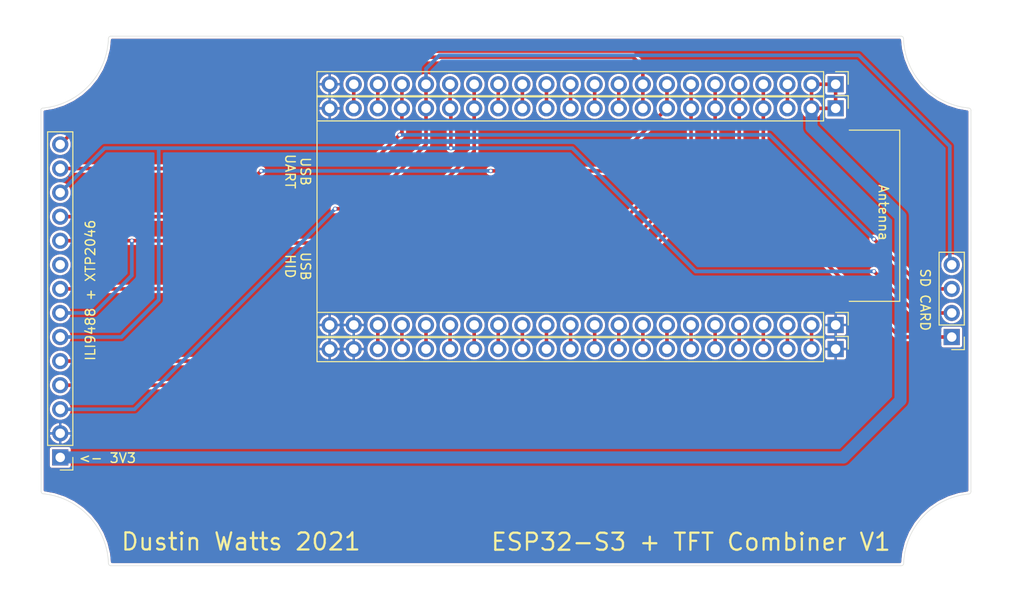
<source format=kicad_pcb>
(kicad_pcb (version 20171130) (host pcbnew "(5.1.6-0)")
  (layers (0 F.Cu signal) (31 B.Cu signal) (34 B.Paste user) (35 F.Paste user) (36 B.SilkS user) (37 F.SilkS user) (38 B.Mask user) (39 F.Mask user) (44 Edge.Cuts user))
  (net 0 "")
  (net 1 GND)
  (net 2 GPIO20)
  (net 3 GPIO21)
  (net 4 GPIO3)
  (net 5 GPIO2)
  (net 6 "Net-(J2-Pad9)")
  (net 7 GPIO14)
  (net 8 GPIO0)
  (net 9 GPIO17)
  (net 10 SCK)
  (net 11 MISO)
  (net 12 MOSI)
  (net 13 SD_SELECT)
  (net 14 TOUCH_IRQ)
  (net 15 TOUCH_SELECT)
  (net 16 TFT_BACKLIGHT)
  (net 17 TFT_DC_RS)
  (net 18 TFT_RESET)
  (net 19 TFT_SELECT)
  (net 20 +3V3)
  (net 21 +5V)
  (net 22 GPIO9)
  (net 23 GPIO46)
  (net 24 GPIO8)
  (net 25 GPIO18)
  (net 26 RST)
  (net 27 GPIO19)
  (net 28 GPIO47)
  (net 29 GPIO43)
  (net 30 GPIO45)
  (net 31 GPIO35)
  (net 32 GPIO36)
  (net 33 GPIO37)
  (net 34 GPIO38)
  (net 35 GPIO39)
  (net 36 GPIO40)
  (net 37 GPIO41)
  (net 38 GPIO42)
  (net 39 GPIO1)
  (net 40 GPIO44)
  (net 41 GPIO48)
  (module Connector_PinHeader_2.54mm:PinHeader_1x04_P2.54mm_Vertical (layer F.Cu) (at 177.8 74.93 180)
    (fp_text reference J1 hide)
    (fp_text value Conn_01x04)
    (fp_line (start -1.33 8.95) (end 1.33 8.95) (layer F.SilkS) (width 0.12))
    (fp_line (start -1.33 1.27) (end -1.33 8.95) (layer F.SilkS) (width 0.12))
    (fp_line (start 1.33 1.27) (end 1.33 8.95) (layer F.SilkS) (width 0.12))
    (fp_line (start -1.33 1.27) (end 1.33 1.27) (layer F.SilkS) (width 0.12))
    (fp_line (start -1.33 0) (end -1.33 -1.33) (layer F.SilkS) (width 0.12))
    (fp_line (start -1.33 -1.33) (end 0 -1.33) (layer F.SilkS) (width 0.12))
    (pad 4 thru_hole oval (at 0 7.62 180) (size 1.7 1.7) (drill 1) (layers *.Cu *.Mask) (net 10 SCK))
    (pad 3 thru_hole oval (at 0 5.08 180) (size 1.7 1.7) (drill 1) (layers *.Cu *.Mask) (net 11 MISO))
    (pad 2 thru_hole oval (at 0 2.54 180) (size 1.7 1.7) (drill 1) (layers *.Cu *.Mask) (net 12 MOSI))
    (pad 1 thru_hole rect (at 0 0 180) (size 1.7 1.7) (drill 1) (layers *.Cu *.Mask) (net 13 SD_SELECT))
  )
  (module Connector_PinHeader_2.54mm:PinHeader_1x22_P2.54mm_Vertical (layer F.Cu) (at 165.56 73.66 270)
    (fp_text reference J6 hide)
    (fp_text value Conn_01x22)
    (fp_line (start -1.33 54.67) (end 1.33 54.67) (layer F.SilkS) (width 0.12))
    (fp_line (start -1.33 1.27) (end -1.33 54.67) (layer F.SilkS) (width 0.12))
    (fp_line (start 1.33 1.27) (end 1.33 54.67) (layer F.SilkS) (width 0.12))
    (fp_line (start -1.33 1.27) (end 1.33 1.27) (layer F.SilkS) (width 0.12))
    (fp_line (start -1.33 0) (end -1.33 -1.33) (layer F.SilkS) (width 0.12))
    (fp_line (start -1.33 -1.33) (end 0 -1.33) (layer F.SilkS) (width 0.12))
    (pad 22 thru_hole oval (at 0 53.34 270) (size 1.7 1.7) (drill 1) (layers *.Cu *.Mask) (net 1 GND))
    (pad 21 thru_hole oval (at 0 50.8 270) (size 1.7 1.7) (drill 1) (layers *.Cu *.Mask) (net 1 GND))
    (pad 20 thru_hole oval (at 0 48.26 270) (size 1.7 1.7) (drill 1) (layers *.Cu *.Mask) (net 27 GPIO19))
    (pad 19 thru_hole oval (at 0 45.72 270) (size 1.7 1.7) (drill 1) (layers *.Cu *.Mask) (net 2 GPIO20))
    (pad 18 thru_hole oval (at 0 43.18 270) (size 1.7 1.7) (drill 1) (layers *.Cu *.Mask) (net 3 GPIO21))
    (pad 17 thru_hole oval (at 0 40.64 270) (size 1.7 1.7) (drill 1) (layers *.Cu *.Mask) (net 28 GPIO47))
    (pad 16 thru_hole oval (at 0 38.1 270) (size 1.7 1.7) (drill 1) (layers *.Cu *.Mask) (net 41 GPIO48))
    (pad 15 thru_hole oval (at 0 35.56 270) (size 1.7 1.7) (drill 1) (layers *.Cu *.Mask) (net 30 GPIO45))
    (pad 14 thru_hole oval (at 0 33.02 270) (size 1.7 1.7) (drill 1) (layers *.Cu *.Mask) (net 8 GPIO0))
    (pad 13 thru_hole oval (at 0 30.48 270) (size 1.7 1.7) (drill 1) (layers *.Cu *.Mask) (net 31 GPIO35))
    (pad 12 thru_hole oval (at 0 27.94 270) (size 1.7 1.7) (drill 1) (layers *.Cu *.Mask) (net 32 GPIO36))
    (pad 11 thru_hole oval (at 0 25.4 270) (size 1.7 1.7) (drill 1) (layers *.Cu *.Mask) (net 33 GPIO37))
    (pad 10 thru_hole oval (at 0 22.86 270) (size 1.7 1.7) (drill 1) (layers *.Cu *.Mask) (net 34 GPIO38))
    (pad 9 thru_hole oval (at 0 20.32 270) (size 1.7 1.7) (drill 1) (layers *.Cu *.Mask) (net 35 GPIO39))
    (pad 8 thru_hole oval (at 0 17.78 270) (size 1.7 1.7) (drill 1) (layers *.Cu *.Mask) (net 36 GPIO40))
    (pad 7 thru_hole oval (at 0 15.24 270) (size 1.7 1.7) (drill 1) (layers *.Cu *.Mask) (net 37 GPIO41))
    (pad 6 thru_hole oval (at 0 12.7 270) (size 1.7 1.7) (drill 1) (layers *.Cu *.Mask) (net 38 GPIO42))
    (pad 5 thru_hole oval (at 0 10.16 270) (size 1.7 1.7) (drill 1) (layers *.Cu *.Mask) (net 5 GPIO2))
    (pad 4 thru_hole oval (at 0 7.62 270) (size 1.7 1.7) (drill 1) (layers *.Cu *.Mask) (net 39 GPIO1))
    (pad 3 thru_hole oval (at 0 5.08 270) (size 1.7 1.7) (drill 1) (layers *.Cu *.Mask) (net 40 GPIO44))
    (pad 2 thru_hole oval (at 0 2.54 270) (size 1.7 1.7) (drill 1) (layers *.Cu *.Mask) (net 29 GPIO43))
    (pad 1 thru_hole rect (at 0 0 270) (size 1.7 1.7) (drill 1) (layers *.Cu *.Mask) (net 1 GND))
  )
  (module Connector_PinHeader_2.54mm:PinHeader_1x22_P2.54mm_Vertical (layer F.Cu) (at 165.56 48.26 270)
    (fp_text reference J5 hide)
    (fp_text value Conn_01x22)
    (fp_line (start -1.33 54.67) (end 1.33 54.67) (layer F.SilkS) (width 0.12))
    (fp_line (start -1.33 1.27) (end -1.33 54.67) (layer F.SilkS) (width 0.12))
    (fp_line (start 1.33 1.27) (end 1.33 54.67) (layer F.SilkS) (width 0.12))
    (fp_line (start -1.33 1.27) (end 1.33 1.27) (layer F.SilkS) (width 0.12))
    (fp_line (start -1.33 0) (end -1.33 -1.33) (layer F.SilkS) (width 0.12))
    (fp_line (start -1.33 -1.33) (end 0 -1.33) (layer F.SilkS) (width 0.12))
    (pad 22 thru_hole oval (at 0 53.34 270) (size 1.7 1.7) (drill 1) (layers *.Cu *.Mask) (net 1 GND))
    (pad 21 thru_hole oval (at 0 50.8 270) (size 1.7 1.7) (drill 1) (layers *.Cu *.Mask) (net 21 +5V))
    (pad 20 thru_hole oval (at 0 48.26 270) (size 1.7 1.7) (drill 1) (layers *.Cu *.Mask) (net 7 GPIO14))
    (pad 19 thru_hole oval (at 0 45.72 270) (size 1.7 1.7) (drill 1) (layers *.Cu *.Mask) (net 11 MISO))
    (pad 18 thru_hole oval (at 0 43.18 270) (size 1.7 1.7) (drill 1) (layers *.Cu *.Mask) (net 10 SCK))
    (pad 17 thru_hole oval (at 0 40.64 270) (size 1.7 1.7) (drill 1) (layers *.Cu *.Mask) (net 12 MOSI))
    (pad 16 thru_hole oval (at 0 38.1 270) (size 1.7 1.7) (drill 1) (layers *.Cu *.Mask) (net 19 TFT_SELECT))
    (pad 15 thru_hole oval (at 0 35.56 270) (size 1.7 1.7) (drill 1) (layers *.Cu *.Mask) (net 22 GPIO9))
    (pad 14 thru_hole oval (at 0 33.02 270) (size 1.7 1.7) (drill 1) (layers *.Cu *.Mask) (net 23 GPIO46))
    (pad 13 thru_hole oval (at 0 30.48 270) (size 1.7 1.7) (drill 1) (layers *.Cu *.Mask) (net 4 GPIO3))
    (pad 12 thru_hole oval (at 0 27.94 270) (size 1.7 1.7) (drill 1) (layers *.Cu *.Mask) (net 24 GPIO8))
    (pad 11 thru_hole oval (at 0 25.4 270) (size 1.7 1.7) (drill 1) (layers *.Cu *.Mask) (net 25 GPIO18))
    (pad 10 thru_hole oval (at 0 22.86 270) (size 1.7 1.7) (drill 1) (layers *.Cu *.Mask) (net 9 GPIO17))
    (pad 9 thru_hole oval (at 0 20.32 270) (size 1.7 1.7) (drill 1) (layers *.Cu *.Mask) (net 14 TOUCH_IRQ))
    (pad 8 thru_hole oval (at 0 17.78 270) (size 1.7 1.7) (drill 1) (layers *.Cu *.Mask) (net 15 TOUCH_SELECT))
    (pad 7 thru_hole oval (at 0 15.24 270) (size 1.7 1.7) (drill 1) (layers *.Cu *.Mask) (net 16 TFT_BACKLIGHT))
    (pad 6 thru_hole oval (at 0 12.7 270) (size 1.7 1.7) (drill 1) (layers *.Cu *.Mask) (net 17 TFT_DC_RS))
    (pad 5 thru_hole oval (at 0 10.16 270) (size 1.7 1.7) (drill 1) (layers *.Cu *.Mask) (net 18 TFT_RESET))
    (pad 4 thru_hole oval (at 0 7.62 270) (size 1.7 1.7) (drill 1) (layers *.Cu *.Mask) (net 13 SD_SELECT))
    (pad 3 thru_hole oval (at 0 5.08 270) (size 1.7 1.7) (drill 1) (layers *.Cu *.Mask) (net 26 RST))
    (pad 2 thru_hole oval (at 0 2.54 270) (size 1.7 1.7) (drill 1) (layers *.Cu *.Mask) (net 20 +3V3))
    (pad 1 thru_hole rect (at 0 0 270) (size 1.7 1.7) (drill 1) (layers *.Cu *.Mask) (net 20 +3V3))
  )
  (module Connector_PinHeader_2.54mm:PinHeader_1x22_P2.54mm_Vertical (layer F.Cu) (at 165.56 76.2 270)
    (fp_text reference J4 hide)
    (fp_text value Conn_01x22)
    (fp_line (start -1.33 54.67) (end 1.33 54.67) (layer F.SilkS) (width 0.12))
    (fp_line (start -1.33 1.27) (end -1.33 54.67) (layer F.SilkS) (width 0.12))
    (fp_line (start 1.33 1.27) (end 1.33 54.67) (layer F.SilkS) (width 0.12))
    (fp_line (start -1.33 1.27) (end 1.33 1.27) (layer F.SilkS) (width 0.12))
    (fp_line (start -1.33 0) (end -1.33 -1.33) (layer F.SilkS) (width 0.12))
    (fp_line (start -1.33 -1.33) (end 0 -1.33) (layer F.SilkS) (width 0.12))
    (pad 22 thru_hole oval (at 0 53.34 270) (size 1.7 1.7) (drill 1) (layers *.Cu *.Mask) (net 1 GND))
    (pad 21 thru_hole oval (at 0 50.8 270) (size 1.7 1.7) (drill 1) (layers *.Cu *.Mask) (net 1 GND))
    (pad 20 thru_hole oval (at 0 48.26 270) (size 1.7 1.7) (drill 1) (layers *.Cu *.Mask) (net 27 GPIO19))
    (pad 19 thru_hole oval (at 0 45.72 270) (size 1.7 1.7) (drill 1) (layers *.Cu *.Mask) (net 2 GPIO20))
    (pad 18 thru_hole oval (at 0 43.18 270) (size 1.7 1.7) (drill 1) (layers *.Cu *.Mask) (net 3 GPIO21))
    (pad 17 thru_hole oval (at 0 40.64 270) (size 1.7 1.7) (drill 1) (layers *.Cu *.Mask) (net 28 GPIO47))
    (pad 16 thru_hole oval (at 0 38.1 270) (size 1.7 1.7) (drill 1) (layers *.Cu *.Mask) (net 41 GPIO48))
    (pad 15 thru_hole oval (at 0 35.56 270) (size 1.7 1.7) (drill 1) (layers *.Cu *.Mask) (net 30 GPIO45))
    (pad 14 thru_hole oval (at 0 33.02 270) (size 1.7 1.7) (drill 1) (layers *.Cu *.Mask) (net 8 GPIO0))
    (pad 13 thru_hole oval (at 0 30.48 270) (size 1.7 1.7) (drill 1) (layers *.Cu *.Mask) (net 31 GPIO35))
    (pad 12 thru_hole oval (at 0 27.94 270) (size 1.7 1.7) (drill 1) (layers *.Cu *.Mask) (net 32 GPIO36))
    (pad 11 thru_hole oval (at 0 25.4 270) (size 1.7 1.7) (drill 1) (layers *.Cu *.Mask) (net 33 GPIO37))
    (pad 10 thru_hole oval (at 0 22.86 270) (size 1.7 1.7) (drill 1) (layers *.Cu *.Mask) (net 34 GPIO38))
    (pad 9 thru_hole oval (at 0 20.32 270) (size 1.7 1.7) (drill 1) (layers *.Cu *.Mask) (net 35 GPIO39))
    (pad 8 thru_hole oval (at 0 17.78 270) (size 1.7 1.7) (drill 1) (layers *.Cu *.Mask) (net 36 GPIO40))
    (pad 7 thru_hole oval (at 0 15.24 270) (size 1.7 1.7) (drill 1) (layers *.Cu *.Mask) (net 37 GPIO41))
    (pad 6 thru_hole oval (at 0 12.7 270) (size 1.7 1.7) (drill 1) (layers *.Cu *.Mask) (net 38 GPIO42))
    (pad 5 thru_hole oval (at 0 10.16 270) (size 1.7 1.7) (drill 1) (layers *.Cu *.Mask) (net 5 GPIO2))
    (pad 4 thru_hole oval (at 0 7.62 270) (size 1.7 1.7) (drill 1) (layers *.Cu *.Mask) (net 39 GPIO1))
    (pad 3 thru_hole oval (at 0 5.08 270) (size 1.7 1.7) (drill 1) (layers *.Cu *.Mask) (net 40 GPIO44))
    (pad 2 thru_hole oval (at 0 2.54 270) (size 1.7 1.7) (drill 1) (layers *.Cu *.Mask) (net 29 GPIO43))
    (pad 1 thru_hole rect (at 0 0 270) (size 1.7 1.7) (drill 1) (layers *.Cu *.Mask) (net 1 GND))
  )
  (module Connector_PinHeader_2.54mm:PinHeader_1x22_P2.54mm_Vertical (layer F.Cu) (at 165.56 50.8 270)
    (fp_text reference J3 hide)
    (fp_text value Conn_01x22)
    (fp_line (start -1.33 54.67) (end 1.33 54.67) (layer F.SilkS) (width 0.12))
    (fp_line (start -1.33 1.27) (end -1.33 54.67) (layer F.SilkS) (width 0.12))
    (fp_line (start 1.33 1.27) (end 1.33 54.67) (layer F.SilkS) (width 0.12))
    (fp_line (start -1.33 1.27) (end 1.33 1.27) (layer F.SilkS) (width 0.12))
    (fp_line (start -1.33 0) (end -1.33 -1.33) (layer F.SilkS) (width 0.12))
    (fp_line (start -1.33 -1.33) (end 0 -1.33) (layer F.SilkS) (width 0.12))
    (pad 22 thru_hole oval (at 0 53.34 270) (size 1.7 1.7) (drill 1) (layers *.Cu *.Mask) (net 1 GND))
    (pad 21 thru_hole oval (at 0 50.8 270) (size 1.7 1.7) (drill 1) (layers *.Cu *.Mask) (net 21 +5V))
    (pad 20 thru_hole oval (at 0 48.26 270) (size 1.7 1.7) (drill 1) (layers *.Cu *.Mask) (net 7 GPIO14))
    (pad 19 thru_hole oval (at 0 45.72 270) (size 1.7 1.7) (drill 1) (layers *.Cu *.Mask) (net 11 MISO))
    (pad 18 thru_hole oval (at 0 43.18 270) (size 1.7 1.7) (drill 1) (layers *.Cu *.Mask) (net 10 SCK))
    (pad 17 thru_hole oval (at 0 40.64 270) (size 1.7 1.7) (drill 1) (layers *.Cu *.Mask) (net 12 MOSI))
    (pad 16 thru_hole oval (at 0 38.1 270) (size 1.7 1.7) (drill 1) (layers *.Cu *.Mask) (net 19 TFT_SELECT))
    (pad 15 thru_hole oval (at 0 35.56 270) (size 1.7 1.7) (drill 1) (layers *.Cu *.Mask) (net 22 GPIO9))
    (pad 14 thru_hole oval (at 0 33.02 270) (size 1.7 1.7) (drill 1) (layers *.Cu *.Mask) (net 23 GPIO46))
    (pad 13 thru_hole oval (at 0 30.48 270) (size 1.7 1.7) (drill 1) (layers *.Cu *.Mask) (net 4 GPIO3))
    (pad 12 thru_hole oval (at 0 27.94 270) (size 1.7 1.7) (drill 1) (layers *.Cu *.Mask) (net 24 GPIO8))
    (pad 11 thru_hole oval (at 0 25.4 270) (size 1.7 1.7) (drill 1) (layers *.Cu *.Mask) (net 25 GPIO18))
    (pad 10 thru_hole oval (at 0 22.86 270) (size 1.7 1.7) (drill 1) (layers *.Cu *.Mask) (net 9 GPIO17))
    (pad 9 thru_hole oval (at 0 20.32 270) (size 1.7 1.7) (drill 1) (layers *.Cu *.Mask) (net 14 TOUCH_IRQ))
    (pad 8 thru_hole oval (at 0 17.78 270) (size 1.7 1.7) (drill 1) (layers *.Cu *.Mask) (net 15 TOUCH_SELECT))
    (pad 7 thru_hole oval (at 0 15.24 270) (size 1.7 1.7) (drill 1) (layers *.Cu *.Mask) (net 16 TFT_BACKLIGHT))
    (pad 6 thru_hole oval (at 0 12.7 270) (size 1.7 1.7) (drill 1) (layers *.Cu *.Mask) (net 17 TFT_DC_RS))
    (pad 5 thru_hole oval (at 0 10.16 270) (size 1.7 1.7) (drill 1) (layers *.Cu *.Mask) (net 18 TFT_RESET))
    (pad 4 thru_hole oval (at 0 7.62 270) (size 1.7 1.7) (drill 1) (layers *.Cu *.Mask) (net 13 SD_SELECT))
    (pad 3 thru_hole oval (at 0 5.08 270) (size 1.7 1.7) (drill 1) (layers *.Cu *.Mask) (net 26 RST))
    (pad 2 thru_hole oval (at 0 2.54 270) (size 1.7 1.7) (drill 1) (layers *.Cu *.Mask) (net 20 +3V3))
    (pad 1 thru_hole rect (at 0 0 270) (size 1.7 1.7) (drill 1) (layers *.Cu *.Mask) (net 20 +3V3))
  )
  (module Connector_PinHeader_2.54mm:PinHeader_1x14_P2.54mm_Vertical (layer F.Cu) (at 83.82 87.63 180)
    (fp_text reference J2 hide)
    (fp_text value Conn_01x14)
    (fp_line (start -1.33 34.35) (end 1.33 34.35) (layer F.SilkS) (width 0.12))
    (fp_line (start -1.33 1.27) (end -1.33 34.35) (layer F.SilkS) (width 0.12))
    (fp_line (start 1.33 1.27) (end 1.33 34.35) (layer F.SilkS) (width 0.12))
    (fp_line (start -1.33 1.27) (end 1.33 1.27) (layer F.SilkS) (width 0.12))
    (fp_line (start -1.33 0) (end -1.33 -1.33) (layer F.SilkS) (width 0.12))
    (fp_line (start -1.33 -1.33) (end 0 -1.33) (layer F.SilkS) (width 0.12))
    (pad 14 thru_hole oval (at 0 33.02 180) (size 1.7 1.7) (drill 1) (layers *.Cu *.Mask) (net 14 TOUCH_IRQ))
    (pad 13 thru_hole oval (at 0 30.48 180) (size 1.7 1.7) (drill 1) (layers *.Cu *.Mask) (net 11 MISO))
    (pad 12 thru_hole oval (at 0 27.94 180) (size 1.7 1.7) (drill 1) (layers *.Cu *.Mask) (net 12 MOSI))
    (pad 11 thru_hole oval (at 0 25.4 180) (size 1.7 1.7) (drill 1) (layers *.Cu *.Mask) (net 15 TOUCH_SELECT))
    (pad 10 thru_hole oval (at 0 22.86 180) (size 1.7 1.7) (drill 1) (layers *.Cu *.Mask) (net 10 SCK))
    (pad 9 thru_hole oval (at 0 20.32 180) (size 1.7 1.7) (drill 1) (layers *.Cu *.Mask) (net 6 "Net-(J2-Pad9)"))
    (pad 8 thru_hole oval (at 0 17.78 180) (size 1.7 1.7) (drill 1) (layers *.Cu *.Mask) (net 16 TFT_BACKLIGHT))
    (pad 7 thru_hole oval (at 0 15.24 180) (size 1.7 1.7) (drill 1) (layers *.Cu *.Mask) (net 10 SCK))
    (pad 6 thru_hole oval (at 0 12.7 180) (size 1.7 1.7) (drill 1) (layers *.Cu *.Mask) (net 12 MOSI))
    (pad 5 thru_hole oval (at 0 10.16 180) (size 1.7 1.7) (drill 1) (layers *.Cu *.Mask) (net 17 TFT_DC_RS))
    (pad 4 thru_hole oval (at 0 7.62 180) (size 1.7 1.7) (drill 1) (layers *.Cu *.Mask) (net 18 TFT_RESET))
    (pad 3 thru_hole oval (at 0 5.08 180) (size 1.7 1.7) (drill 1) (layers *.Cu *.Mask) (net 19 TFT_SELECT))
    (pad 2 thru_hole oval (at 0 2.54 180) (size 1.7 1.7) (drill 1) (layers *.Cu *.Mask) (net 1 GND))
    (pad 1 thru_hole rect (at 0 0 180) (size 1.7 1.7) (drill 1) (layers *.Cu *.Mask) (net 20 +3V3))
  )
  (gr_text Antenna (at 170.6 61.8 270) (layer F.SilkS) (effects (font (size 1 1))))
  (gr_line (start 172.3 53.1) (end 167 53.1) (layer F.SilkS) (width 0.12))
  (gr_line (start 172.32 71.16) (end 172.32 53.1) (layer F.SilkS) (width 0.12))
  (gr_line (start 167 71.16) (end 172.32 71.16) (layer F.SilkS) (width 0.12))
  (gr_line (start 110.89 72.33) (end 110.89 52.13) (layer F.SilkS) (width 0.12))
  (gr_text "ILI9488 + XTP2046" (at 87 70 90) (layer F.SilkS) (effects (font (size 1 1))))
  (gr_text "SD CARD" (at 175 71 270) (layer F.SilkS) (effects (font (size 1 1))))
  (gr_text "USB\nUART" (at 108.86 57.46 270) (layer F.SilkS) (effects (font (size 1 1))))
  (gr_text "USB\nHID" (at 108.86 67.46 270) (layer F.SilkS) (effects (font (size 1 1))))
  (gr_text "<- 3V3" (at 88.8 87.7) (layer F.SilkS) (effects (font (size 1 1))))
  (gr_arc (start 81.9658 50.9524) (end 81.940401 50.774601) (angle -81.86989765) (layer Edge.Cuts) (width 0.05))
  (gr_line (start 81.800733 91.221232) (end 81.786196 50.952399) (layer Edge.Cuts) (width 0.05))
  (gr_arc (start 82.054733 91.221232) (end 81.800733 91.221232) (angle -90) (layer Edge.Cuts) (width 0.05))
  (gr_arc (start 172.48378 98.806) (end 172.48378 99.06) (angle -88.281642) (layer Edge.Cuts) (width 0.05))
  (gr_arc (start 179.578 91.2368) (end 179.578 91.4908) (angle -95.71059314) (layer Edge.Cuts) (width 0.05))
  (gr_arc (start 179.581244 51.021596) (end 179.835244 51.021596) (angle -85.040996) (layer Edge.Cuts) (width 0.05))
  (gr_arc (start 172.466 43.434) (end 172.72 43.434) (angle -90) (layer Edge.Cuts) (width 0.05))
  (gr_arc (start 89.154 43.434) (end 89.154 43.18) (angle -90) (layer Edge.Cuts) (width 0.05))
  (gr_arc (start 89.154 98.806) (end 88.9 98.806) (angle -90) (layer Edge.Cuts) (width 0.05))
  (gr_arc (start 180.34 43.18) (end 172.72 43.434) (angle -82.54517972) (layer Edge.Cuts) (width 0.05))
  (gr_arc (start 180.34 99.06) (end 179.578 91.4908) (angle -82.39509523) (layer Edge.Cuts) (width 0.05))
  (gr_arc (start 81.28 99.06) (end 88.9 98.806) (angle -82.25869597) (layer Edge.Cuts) (width 0.05))
  (gr_arc (start 81.28 43.18) (end 81.9404 50.7746) (angle -83.12110433) (layer Edge.Cuts) (width 0.05))
  (gr_text "Dustin Watts 2021" (at 102.87 96.52) (layer F.SilkS) (effects (font (size 1.8 1.8) (thickness 0.24))))
  (gr_text "ESP32-S3 + TFT Combiner V1" (at 150.3 96.55) (layer F.SilkS) (effects (font (size 1.8 1.8) (thickness 0.24))))
  (gr_line (start 172.466 43.18) (end 89.154 43.18) (layer Edge.Cuts) (width 0.05))
  (gr_line (start 179.830739 91.211526) (end 179.835244 51.021596) (layer Edge.Cuts) (width 0.05))
  (gr_line (start 89.154 99.06) (end 172.48378 99.06) (layer Edge.Cuts) (width 0.05))
  (segment (start 119.84 76.2) (end 119.84 73.66) (width 0.381) (layer F.Cu) (net 2))
  (segment (start 122.38 76.2) (end 122.38 73.66) (width 0.381) (layer F.Cu) (net 3))
  (segment (start 135.08 48.26) (end 135.08 50.8) (width 0.381) (layer F.Cu) (net 4))
  (segment (start 155.4 76.2) (end 155.4 73.66) (width 0.381) (layer F.Cu) (net 5))
  (segment (start 117.3 50.8) (end 117.3 48.26) (width 0.381) (layer F.Cu) (net 7))
  (segment (start 132.54 76.2) (end 132.54 73.66) (width 0.381) (layer F.Cu) (net 8))
  (segment (start 142.7 50.8) (end 142.7 48.26) (width 0.381) (layer F.Cu) (net 9))
  (segment (start 122.38 50.8) (end 122.38 48.26) (width 0.381) (layer F.Cu) (net 10))
  (segment (start 122.38 46.62) (end 122.38 48.26) (width 0.381) (layer B.Cu) (net 10))
  (segment (start 123.8 45.2) (end 122.38 46.62) (width 0.381) (layer B.Cu) (net 10))
  (segment (start 177.6 54.8) (end 168 45.2) (width 0.381) (layer B.Cu) (net 10))
  (segment (start 168 45.2) (end 123.8 45.2) (width 0.381) (layer B.Cu) (net 10))
  (segment (start 177.6 67.22) (end 177.6 54.8) (width 0.381) (layer B.Cu) (net 10))
  (segment (start 177.69 67.31) (end 177.6 67.22) (width 0.381) (layer B.Cu) (net 10))
  (segment (start 177.8 67.31) (end 177.69 67.31) (width 0.381) (layer B.Cu) (net 10))
  (segment (start 122.38 54.62) (end 122.38 50.8) (width 0.381) (layer F.Cu) (net 10))
  (segment (start 118.2 58.8) (end 122.38 54.62) (width 0.381) (layer F.Cu) (net 10))
  (segment (start 108.2 58.8) (end 118.2 58.8) (width 0.381) (layer F.Cu) (net 10))
  (segment (start 102.23 64.77) (end 108.2 58.8) (width 0.381) (layer F.Cu) (net 10))
  (segment (start 83.82 72.39) (end 87.41 72.39) (width 0.381) (layer B.Cu) (net 10))
  (via (at 91.37 64.77) (size 0.45) (drill 0.3) (layers F.Cu B.Cu) (net 10))
  (segment (start 87.41 72.39) (end 91.37 68.43) (width 0.381) (layer B.Cu) (net 10))
  (segment (start 91.37 64.77) (end 102.23 64.77) (width 0.381) (layer F.Cu) (net 10))
  (segment (start 91.37 68.43) (end 91.37 64.77) (width 0.381) (layer B.Cu) (net 10))
  (segment (start 83.82 64.77) (end 91.37 64.77) (width 0.381) (layer F.Cu) (net 10))
  (segment (start 119.84 48.26) (end 119.84 50.8) (width 0.381) (layer F.Cu) (net 11))
  (segment (start 177.8 69.85) (end 177.75 69.9) (width 0.381) (layer F.Cu) (net 11))
  (segment (start 117.2 56) (end 119.84 53.36) (width 0.381) (layer F.Cu) (net 11))
  (segment (start 119.84 53.36) (end 119.84 50.8) (width 0.381) (layer F.Cu) (net 11))
  (segment (start 104 56) (end 117.2 56) (width 0.381) (layer F.Cu) (net 11))
  (segment (start 102.85 57.15) (end 104 56) (width 0.381) (layer F.Cu) (net 11))
  (segment (start 83.82 57.15) (end 102.85 57.15) (width 0.381) (layer F.Cu) (net 11))
  (segment (start 174.85 69.85) (end 169.6 64.6) (width 0.381) (layer F.Cu) (net 11))
  (via (at 169.6 64.6) (size 0.45) (drill 0.3) (layers F.Cu B.Cu) (net 11))
  (segment (start 177.8 69.85) (end 174.85 69.85) (width 0.381) (layer F.Cu) (net 11))
  (segment (start 158.6 53.6) (end 119.6 53.6) (width 0.381) (layer B.Cu) (net 11))
  (via (at 119.6 53.6) (size 0.45) (drill 0.3) (layers F.Cu B.Cu) (net 11))
  (segment (start 169.6 64.6) (end 158.6 53.6) (width 0.381) (layer B.Cu) (net 11))
  (segment (start 124.92 48.26) (end 124.92 50.8) (width 0.381) (layer F.Cu) (net 12))
  (segment (start 177.8 72.39) (end 173.99 72.39) (width 0.381) (layer F.Cu) (net 12))
  (via (at 169.6 68) (size 0.45) (drill 0.3) (layers F.Cu B.Cu) (net 12))
  (segment (start 173.99 72.39) (end 169.6 68) (width 0.381) (layer F.Cu) (net 12))
  (segment (start 123.6 55) (end 123.6 55) (width 0.381) (layer B.Cu) (net 12))
  (via (at 125.000002 55) (size 0.45) (drill 0.3) (layers F.Cu B.Cu) (net 12))
  (segment (start 83.82 59.69) (end 88.51 55) (width 0.381) (layer B.Cu) (net 12))
  (segment (start 125 54.999998) (end 125.000002 55) (width 0.381) (layer F.Cu) (net 12))
  (segment (start 125 50.88) (end 125 54.999998) (width 0.381) (layer F.Cu) (net 12))
  (segment (start 124.92 50.8) (end 125 50.88) (width 0.381) (layer F.Cu) (net 12))
  (segment (start 169.6 68) (end 150.8 68) (width 0.381) (layer B.Cu) (net 12))
  (segment (start 137.8 55) (end 125.000002 55) (width 0.381) (layer B.Cu) (net 12))
  (segment (start 150.8 68) (end 137.8 55) (width 0.381) (layer B.Cu) (net 12))
  (segment (start 83.82 74.93) (end 90.27 74.93) (width 0.381) (layer B.Cu) (net 12))
  (segment (start 94.2 71) (end 94.2 55) (width 0.381) (layer B.Cu) (net 12))
  (segment (start 90.27 74.93) (end 94.2 71) (width 0.381) (layer B.Cu) (net 12))
  (segment (start 94.2 55) (end 125.000002 55) (width 0.381) (layer B.Cu) (net 12))
  (segment (start 88.51 55) (end 94.2 55) (width 0.381) (layer B.Cu) (net 12))
  (segment (start 157.94 48.26) (end 157.94 50.8) (width 0.381) (layer F.Cu) (net 13))
  (segment (start 157.94 60.54) (end 157.94 50.8) (width 0.381) (layer F.Cu) (net 13))
  (segment (start 172.33 74.93) (end 157.94 60.54) (width 0.381) (layer F.Cu) (net 13))
  (segment (start 177.8 74.93) (end 172.33 74.93) (width 0.381) (layer F.Cu) (net 13))
  (segment (start 145.24 48.26) (end 145.24 50.8) (width 0.381) (layer F.Cu) (net 14))
  (segment (start 145.24 46.44) (end 145.24 48.26) (width 0.381) (layer F.Cu) (net 14))
  (segment (start 110 45.4) (end 144.2 45.4) (width 0.381) (layer F.Cu) (net 14))
  (segment (start 144.2 45.4) (end 145.24 46.44) (width 0.381) (layer F.Cu) (net 14))
  (segment (start 86.03 52.4) (end 103 52.4) (width 0.381) (layer F.Cu) (net 14))
  (segment (start 103 52.4) (end 110 45.4) (width 0.381) (layer F.Cu) (net 14))
  (segment (start 83.82 54.61) (end 86.03 52.4) (width 0.381) (layer F.Cu) (net 14))
  (segment (start 147.78 50.8) (end 147.78 48.26) (width 0.381) (layer F.Cu) (net 15))
  (via (at 105 57.4) (size 0.45) (drill 0.3) (layers F.Cu B.Cu) (net 15))
  (segment (start 100.17 62.23) (end 105 57.4) (width 0.381) (layer F.Cu) (net 15))
  (segment (start 83.82 62.23) (end 100.17 62.23) (width 0.381) (layer F.Cu) (net 15))
  (segment (start 147.78 50.8) (end 141.18 57.4) (width 0.381) (layer F.Cu) (net 15))
  (segment (start 105 57.4) (end 129.2 57.4) (width 0.381) (layer B.Cu) (net 15))
  (segment (start 141.18 57.4) (end 129.2 57.4) (width 0.381) (layer F.Cu) (net 15))
  (via (at 129.2 57.4) (size 0.45) (drill 0.3) (layers F.Cu B.Cu) (net 15))
  (segment (start 150.32 48.26) (end 150.32 50.8) (width 0.381) (layer F.Cu) (net 16))
  (segment (start 150.32 55.48) (end 150.32 50.8) (width 0.381) (layer F.Cu) (net 16))
  (segment (start 140.8 65) (end 150.32 55.48) (width 0.381) (layer F.Cu) (net 16))
  (segment (start 101.95 69.85) (end 106.8 65) (width 0.381) (layer F.Cu) (net 16))
  (segment (start 106.8 65) (end 140.8 65) (width 0.381) (layer F.Cu) (net 16))
  (segment (start 83.82 69.85) (end 101.95 69.85) (width 0.381) (layer F.Cu) (net 16))
  (segment (start 152.86 50.8) (end 152.86 48.26) (width 0.381) (layer F.Cu) (net 17))
  (segment (start 141.2 67.6) (end 152.86 55.94) (width 0.381) (layer F.Cu) (net 17))
  (segment (start 152.86 55.94) (end 152.86 50.8) (width 0.381) (layer F.Cu) (net 17))
  (segment (start 99.13 77.47) (end 109 67.6) (width 0.381) (layer F.Cu) (net 17))
  (segment (start 109 67.6) (end 141.2 67.6) (width 0.381) (layer F.Cu) (net 17))
  (segment (start 83.82 77.47) (end 99.13 77.47) (width 0.381) (layer F.Cu) (net 17))
  (segment (start 155.4 50.8) (end 155.4 48.26) (width 0.381) (layer F.Cu) (net 18))
  (segment (start 155.4 56.4) (end 155.4 50.8) (width 0.381) (layer F.Cu) (net 18))
  (segment (start 145.8 66) (end 155.4 56.4) (width 0.381) (layer F.Cu) (net 18))
  (segment (start 98.79 80.01) (end 98.8 80) (width 0.381) (layer F.Cu) (net 18))
  (segment (start 142 69.8) (end 145.8 66) (width 0.381) (layer F.Cu) (net 18))
  (segment (start 101.2 80) (end 111.4 69.8) (width 0.381) (layer F.Cu) (net 18))
  (segment (start 98.8 80) (end 101.2 80) (width 0.381) (layer F.Cu) (net 18))
  (segment (start 111.4 69.8) (end 142 69.8) (width 0.381) (layer F.Cu) (net 18))
  (segment (start 83.82 80.01) (end 98.79 80.01) (width 0.381) (layer F.Cu) (net 18))
  (segment (start 127.46 50.8) (end 127.46 48.26) (width 0.381) (layer F.Cu) (net 19))
  (segment (start 121.4 61.4) (end 112.8 61.4) (width 0.381) (layer F.Cu) (net 19))
  (segment (start 127.46 55.34) (end 121.4 61.4) (width 0.381) (layer F.Cu) (net 19))
  (via (at 112.8 61.4) (size 0.45) (drill 0.3) (layers F.Cu B.Cu) (net 19))
  (segment (start 127.46 50.8) (end 127.46 55.34) (width 0.381) (layer F.Cu) (net 19))
  (segment (start 83.82 82.55) (end 91.65 82.55) (width 0.381) (layer B.Cu) (net 19))
  (segment (start 91.65 82.55) (end 112.8 61.4) (width 0.381) (layer B.Cu) (net 19))
  (segment (start 163.02 50.8) (end 163.02 48.26) (width 0.381) (layer F.Cu) (net 20))
  (segment (start 163.02 50.8) (end 165.56 50.8) (width 0.381) (layer F.Cu) (net 20))
  (segment (start 165.56 48.26) (end 163.02 48.26) (width 0.381) (layer F.Cu) (net 20))
  (segment (start 165.56 50.8) (end 165.56 48.26) (width 0.381) (layer F.Cu) (net 20))
  (segment (start 163.02 50.8) (end 163.02 52.82) (width 1.27) (layer B.Cu) (net 20))
  (segment (start 163.02 52.82) (end 172.4 62.2) (width 1.27) (layer B.Cu) (net 20))
  (segment (start 172.4 62.2) (end 172.4 81.6) (width 1.27) (layer B.Cu) (net 20))
  (segment (start 166.37 87.63) (end 83.82 87.63) (width 1.27) (layer B.Cu) (net 20))
  (segment (start 172.4 81.6) (end 166.37 87.63) (width 1.27) (layer B.Cu) (net 20))
  (segment (start 114.76 48.26) (end 114.76 50.8) (width 0.381) (layer F.Cu) (net 21))
  (segment (start 130 48.26) (end 130 50.8) (width 0.381) (layer F.Cu) (net 22))
  (segment (start 132.54 50.8) (end 132.54 48.26) (width 0.381) (layer F.Cu) (net 23))
  (segment (start 137.62 50.8) (end 137.62 48.26) (width 0.381) (layer F.Cu) (net 24))
  (segment (start 140.16 48.26) (end 140.16 50.8) (width 0.381) (layer F.Cu) (net 25))
  (segment (start 160.48 50.8) (end 160.48 48.72) (width 0.381) (layer F.Cu) (net 26))
  (segment (start 117.3 76.2) (end 117.3 73.66) (width 0.381) (layer F.Cu) (net 27))
  (segment (start 124.92 76.2) (end 124.92 73.66) (width 0.381) (layer F.Cu) (net 28))
  (segment (start 163.02 73.66) (end 163.02 76.2) (width 0.381) (layer F.Cu) (net 29))
  (segment (start 130 73.66) (end 130 76.2) (width 0.381) (layer F.Cu) (net 30))
  (segment (start 135.08 76.2) (end 135.08 73.66) (width 0.381) (layer F.Cu) (net 31))
  (segment (start 137.62 76.2) (end 137.62 73.66) (width 0.381) (layer F.Cu) (net 32))
  (segment (start 140.16 76.2) (end 140.16 73.66) (width 0.381) (layer F.Cu) (net 33))
  (segment (start 142.7 76.2) (end 142.7 73.66) (width 0.381) (layer F.Cu) (net 34))
  (segment (start 145.24 76.2) (end 145.24 73.66) (width 0.381) (layer F.Cu) (net 35))
  (segment (start 147.78 76.2) (end 147.78 73.66) (width 0.381) (layer F.Cu) (net 36))
  (segment (start 150.32 76.2) (end 150.32 73.66) (width 0.381) (layer F.Cu) (net 37))
  (segment (start 152.86 73.66) (end 152.86 76.2) (width 0.381) (layer F.Cu) (net 38))
  (segment (start 157.94 76.2) (end 157.94 73.66) (width 0.381) (layer F.Cu) (net 39))
  (segment (start 160.48 73.66) (end 160.48 76.2) (width 0.381) (layer F.Cu) (net 40))
  (segment (start 127.46 76.2) (end 127.46 73.66) (width 0.381) (layer F.Cu) (net 41))
  (zone (net 1) (net_name GND) (layer B.Cu) (connect_pads (clearance 0.254)) (min_thickness 0.254) (fill yes (arc_segments 32) (thermal_gap 0.255) (thermal_bridge_width 0.255))
    (polygon (pts (xy 185.42 102.87) (xy 77.47 102.87) (xy 77.47 39.37) (xy 185.42 39.37)))
  )
  (zone (net 1) (net_name GND) (layer F.Cu) (connect_pads (clearance 0.254)) (min_thickness 0.254) (fill yes (arc_segments 32) (thermal_gap 0.255) (thermal_bridge_width 0.255))
    (polygon (pts (xy 182.88 100.33) (xy 78.74 100.33) (xy 78.74 40.64) (xy 182.88 40.64)))
  )
)
</source>
